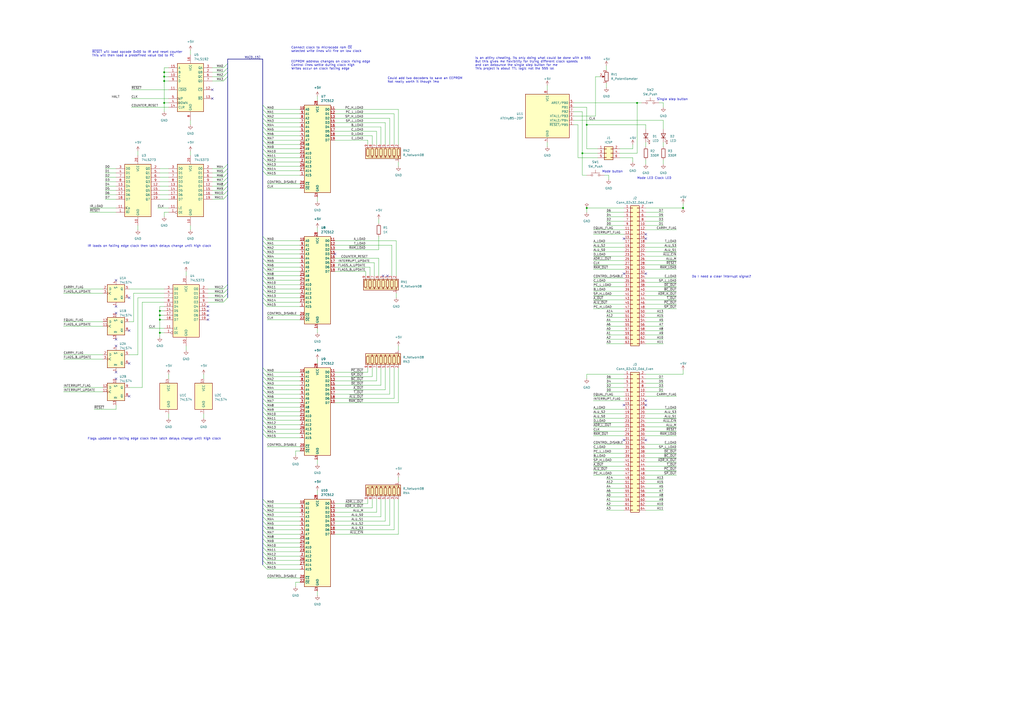
<source format=kicad_sch>
(kicad_sch (version 20230121) (generator eeschema)
  (paper "A2")
  (junction (at 340.36 72.39))
  (junction (at 95.25 46.99))
  (junction (at 95.25 59.69))
  (junction (at 92.71 185.42))
  (junction (at 95.25 41.91))
  (junction (at 92.71 193.04))
  (junction (at 369.57 59.69))
  (junction (at 92.71 180.34))
  (junction (at 340.36 120.65))
  (junction (at 92.71 182.88))
  (junction (at 396.24 120.65))
  (junction (at 337.82 88.9))
  (junction (at 95.25 44.45))
  (no_connect (at 120.65 180.34))
  (no_connect (at 67.31 215.9))
  (no_connect (at 67.31 196.85))
  (no_connect (at 374.65 158.75))
  (no_connect (at 224.79 160.02))
  (no_connect (at 123.19 57.15))
  (no_connect (at 123.19 52.07))
  (no_connect (at 361.95 234.95))
  (no_connect (at 67.31 181.61))
  (no_connect (at 222.25 160.02))
  (no_connect (at 374.65 255.27))
  (no_connect (at 67.31 219.71))
  (no_connect (at 374.65 138.43))
  (no_connect (at 74.93 229.87))
  (no_connect (at 120.65 182.88))
  (no_connect (at 120.65 177.8))
  (no_connect (at 74.93 210.82))
  (no_connect (at 374.65 234.95))
  (no_connect (at 74.93 172.72))
  (no_connect (at 74.93 191.77))
  (no_connect (at 67.31 200.66))
  (no_connect (at 67.31 177.8))
  (no_connect (at 374.65 135.89))
  (no_connect (at 361.95 158.75))
  (no_connect (at 374.65 232.41))
  (no_connect (at 194.31 147.32))
  (no_connect (at 67.31 162.56))
  (no_connect (at 361.95 255.27))
  (no_connect (at 361.95 138.43))
  (no_connect (at 120.65 185.42))
  (bus_entry (at 152.4 251.46) (size 2.54 2.54))
  (bus_entry (at 152.4 320.04) (size 2.54 2.54))
  (bus_entry (at 129.54 113.03) (size 2.54 -2.54))
  (bus_entry (at 154.94 304.8) (size -2.54 -2.54))
  (bus_entry (at 154.94 63.5) (size -2.54 -2.54))
  (bus_entry (at 154.94 320.04) (size -2.54 -2.54))
  (bus_entry (at 129.54 107.95) (size 2.54 -2.54))
  (bus_entry (at 154.94 307.34) (size -2.54 -2.54))
  (bus_entry (at 154.94 160.02) (size -2.54 -2.54))
  (bus_entry (at 154.94 294.64) (size -2.54 -2.54))
  (bus_entry (at 129.54 46.99) (size 2.54 -2.54))
  (bus_entry (at 129.54 44.45) (size 2.54 -2.54))
  (bus_entry (at 129.54 39.37) (size 2.54 -2.54))
  (bus_entry (at 129.54 41.91) (size 2.54 -2.54))
  (bus_entry (at 154.94 167.64) (size -2.54 -2.54))
  (bus_entry (at 154.94 68.58) (size -2.54 -2.54))
  (bus_entry (at 154.94 238.76) (size -2.54 -2.54))
  (bus_entry (at 152.4 322.58) (size 2.54 2.54))
  (bus_entry (at 154.94 147.32) (size -2.54 -2.54))
  (bus_entry (at 152.4 167.64) (size 2.54 2.54))
  (bus_entry (at 154.94 317.5) (size -2.54 -2.54))
  (bus_entry (at 129.54 115.57) (size 2.54 -2.54))
  (bus_entry (at 154.94 223.52) (size -2.54 -2.54))
  (bus_entry (at 154.94 215.9) (size -2.54 -2.54))
  (bus_entry (at 152.4 248.92) (size 2.54 2.54))
  (bus_entry (at 154.94 312.42) (size -2.54 -2.54))
  (bus_entry (at 154.94 152.4) (size -2.54 -2.54))
  (bus_entry (at 154.94 302.26) (size -2.54 -2.54))
  (bus_entry (at 152.4 246.38) (size 2.54 2.54))
  (bus_entry (at 152.4 172.72) (size 2.54 2.54))
  (bus_entry (at 154.94 157.48) (size -2.54 -2.54))
  (bus_entry (at 154.94 314.96) (size -2.54 -2.54))
  (bus_entry (at 129.54 110.49) (size 2.54 -2.54))
  (bus_entry (at 129.54 102.87) (size 2.54 -2.54))
  (bus_entry (at 154.94 231.14) (size -2.54 -2.54))
  (bus_entry (at 154.94 86.36) (size -2.54 -2.54))
  (bus_entry (at 154.94 88.9) (size -2.54 -2.54))
  (bus_entry (at 152.4 175.26) (size 2.54 2.54))
  (bus_entry (at 154.94 236.22) (size -2.54 -2.54))
  (bus_entry (at 154.94 218.44) (size -2.54 -2.54))
  (bus_entry (at 154.94 233.68) (size -2.54 -2.54))
  (bus_entry (at 154.94 162.56) (size -2.54 -2.54))
  (bus_entry (at 154.94 297.18) (size -2.54 -2.54))
  (bus_entry (at 154.94 243.84) (size -2.54 -2.54))
  (bus_entry (at 154.94 144.78) (size -2.54 -2.54))
  (bus_entry (at 154.94 142.24) (size -2.54 -2.54))
  (bus_entry (at 154.94 76.2) (size -2.54 -2.54))
  (bus_entry (at 154.94 91.44) (size -2.54 -2.54))
  (bus_entry (at 154.94 83.82) (size -2.54 -2.54))
  (bus_entry (at 152.4 170.18) (size 2.54 2.54))
  (bus_entry (at 154.94 220.98) (size -2.54 -2.54))
  (bus_entry (at 152.4 327.66) (size 2.54 2.54))
  (bus_entry (at 129.54 100.33) (size 2.54 -2.54))
  (bus_entry (at 154.94 309.88) (size -2.54 -2.54))
  (bus_entry (at 154.94 73.66) (size -2.54 -2.54))
  (bus_entry (at 152.4 91.44) (size 2.54 2.54))
  (bus_entry (at 154.94 66.04) (size -2.54 -2.54))
  (bus_entry (at 152.4 93.98) (size 2.54 2.54))
  (bus_entry (at 132.08 167.64) (size -2.54 2.54))
  (bus_entry (at 132.08 172.72) (size -2.54 2.54))
  (bus_entry (at 132.08 170.18) (size -2.54 2.54))
  (bus_entry (at 132.08 165.1) (size -2.54 2.54))
  (bus_entry (at 152.4 96.52) (size 2.54 2.54))
  (bus_entry (at 154.94 154.94) (size -2.54 -2.54))
  (bus_entry (at 154.94 241.3) (size -2.54 -2.54))
  (bus_entry (at 154.94 228.6) (size -2.54 -2.54))
  (bus_entry (at 129.54 105.41) (size 2.54 -2.54))
  (bus_entry (at 154.94 299.72) (size -2.54 -2.54))
  (bus_entry (at 154.94 226.06) (size -2.54 -2.54))
  (bus_entry (at 154.94 165.1) (size -2.54 -2.54))
  (bus_entry (at 152.4 99.06) (size 2.54 2.54))
  (bus_entry (at 129.54 97.79) (size 2.54 -2.54))
  (bus_entry (at 154.94 292.1) (size -2.54 -2.54))
  (bus_entry (at 154.94 78.74) (size -2.54 -2.54))
  (bus_entry (at 152.4 325.12) (size 2.54 2.54))
  (bus_entry (at 154.94 149.86) (size -2.54 -2.54))
  (bus_entry (at 154.94 139.7) (size -2.54 -2.54))
  (bus_entry (at 152.4 243.84) (size 2.54 2.54))
  (bus_entry (at 154.94 81.28) (size -2.54 -2.54))
  (bus_entry (at 154.94 71.12) (size -2.54 -2.54))
  (wire (pts (xy 80.01 87.63) (xy 80.01 90.17)))
  (wire (pts (xy 95.25 170.18) (xy 77.47 170.18)))
  (wire (pts (xy 95.25 180.34) (xy 92.71 180.34)))
  (bus (pts (xy 132.08 113.03) (xy 132.08 165.1)))
  (bus (pts (xy 152.4 86.36) (xy 152.4 88.9)))
  (wire (pts (xy 384.81 224.79) (xy 374.65 224.79)))
  (wire (pts (xy 344.17 245.11) (xy 361.95 245.11)))
  (wire (pts (xy 351.79 196.85) (xy 361.95 196.85)))
  (bus (pts (xy 152.4 165.1) (xy 152.4 167.64)))
  (wire (pts (xy 350.52 101.6) (xy 353.06 101.6)))
  (wire (pts (xy 384.81 69.85) (xy 384.81 74.93)))
  (wire (pts (xy 184.15 342.9) (xy 184.15 345.44)))
  (wire (pts (xy 173.99 167.64) (xy 154.94 167.64)))
  (wire (pts (xy 351.79 184.15) (xy 361.95 184.15)))
  (bus (pts (xy 152.4 170.18) (xy 152.4 172.72)))
  (wire (pts (xy 344.17 275.59) (xy 361.95 275.59)))
  (wire (pts (xy 374.65 92.71) (xy 374.65 95.25)))
  (wire (pts (xy 374.65 191.77) (xy 384.81 191.77)))
  (wire (pts (xy 220.98 299.72) (xy 220.98 289.56)))
  (wire (pts (xy 173.99 101.6) (xy 154.94 101.6)))
  (wire (pts (xy 97.79 240.03) (xy 97.79 242.57)))
  (wire (pts (xy 374.65 72.39) (xy 374.65 74.93)))
  (wire (pts (xy 340.36 217.17) (xy 340.36 219.71)))
  (wire (pts (xy 173.99 312.42) (xy 154.94 312.42)))
  (wire (pts (xy 384.81 219.71) (xy 374.65 219.71)))
  (wire (pts (xy 374.65 265.43) (xy 392.43 265.43)))
  (wire (pts (xy 67.31 102.87) (xy 60.96 102.87)))
  (wire (pts (xy 173.99 144.78) (xy 154.94 144.78)))
  (wire (pts (xy 374.65 156.21) (xy 392.43 156.21)))
  (wire (pts (xy 173.99 246.38) (xy 154.94 246.38)))
  (wire (pts (xy 173.99 254) (xy 154.94 254)))
  (wire (pts (xy 344.17 133.35) (xy 361.95 133.35)))
  (wire (pts (xy 173.99 149.86) (xy 154.94 149.86)))
  (wire (pts (xy 92.71 100.33) (xy 97.79 100.33)))
  (wire (pts (xy 347.98 44.45) (xy 345.44 44.45)))
  (bus (pts (xy 152.4 314.96) (xy 152.4 317.5)))
  (wire (pts (xy 95.25 44.45) (xy 95.25 46.99)))
  (wire (pts (xy 344.17 151.13) (xy 361.95 151.13)))
  (wire (pts (xy 374.65 237.49) (xy 392.43 237.49)))
  (wire (pts (xy 92.71 182.88) (xy 92.71 185.42)))
  (wire (pts (xy 173.99 294.64) (xy 154.94 294.64)))
  (bus (pts (xy 152.4 309.88) (xy 152.4 312.42)))
  (bus (pts (xy 152.4 91.44) (xy 152.4 93.98)))
  (wire (pts (xy 361.95 295.91) (xy 351.79 295.91)))
  (wire (pts (xy 374.65 285.75) (xy 384.81 285.75)))
  (bus (pts (xy 152.4 162.56) (xy 152.4 165.1)))
  (wire (pts (xy 80.01 172.72) (xy 95.25 172.72)))
  (wire (pts (xy 92.71 102.87) (xy 97.79 102.87)))
  (wire (pts (xy 359.41 86.36) (xy 367.03 86.36)))
  (wire (pts (xy 335.28 72.39) (xy 335.28 91.44)))
  (wire (pts (xy 374.65 250.19) (xy 392.43 250.19)))
  (wire (pts (xy 396.24 214.63) (xy 396.24 217.17)))
  (wire (pts (xy 173.99 218.44) (xy 154.94 218.44)))
  (wire (pts (xy 223.52 83.82) (xy 223.52 71.12)))
  (wire (pts (xy 374.65 283.21) (xy 384.81 283.21)))
  (wire (pts (xy 123.19 100.33) (xy 129.54 100.33)))
  (wire (pts (xy 173.99 160.02) (xy 154.94 160.02)))
  (wire (pts (xy 344.17 171.45) (xy 361.95 171.45)))
  (wire (pts (xy 374.65 245.11) (xy 392.43 245.11)))
  (bus (pts (xy 152.4 299.72) (xy 152.4 302.26)))
  (wire (pts (xy 361.95 161.29) (xy 344.17 161.29)))
  (bus (pts (xy 152.4 160.02) (xy 152.4 162.56)))
  (wire (pts (xy 194.31 73.66) (xy 220.98 73.66)))
  (wire (pts (xy 92.71 193.04) (xy 92.71 185.42)))
  (bus (pts (xy 152.4 289.56) (xy 152.4 292.1)))
  (bus (pts (xy 152.4 83.82) (xy 152.4 86.36)))
  (wire (pts (xy 344.17 250.19) (xy 361.95 250.19)))
  (wire (pts (xy 173.99 154.94) (xy 154.94 154.94)))
  (wire (pts (xy 95.25 59.69) (xy 95.25 64.77)))
  (wire (pts (xy 36.83 224.79) (xy 59.69 224.79)))
  (wire (pts (xy 213.36 292.1) (xy 194.31 292.1)))
  (wire (pts (xy 173.99 93.98) (xy 154.94 93.98)))
  (wire (pts (xy 36.83 186.69) (xy 59.69 186.69)))
  (wire (pts (xy 374.65 262.89) (xy 392.43 262.89)))
  (bus (pts (xy 132.08 100.33) (xy 132.08 102.87)))
  (wire (pts (xy 344.17 270.51) (xy 361.95 270.51)))
  (wire (pts (xy 351.79 186.69) (xy 361.95 186.69)))
  (bus (pts (xy 152.4 241.3) (xy 152.4 243.84)))
  (wire (pts (xy 344.17 173.99) (xy 361.95 173.99)))
  (wire (pts (xy 361.95 222.25) (xy 351.79 222.25)))
  (wire (pts (xy 194.31 309.88) (xy 231.14 309.88)))
  (wire (pts (xy 194.31 142.24) (xy 227.33 142.24)))
  (wire (pts (xy 92.71 97.79) (xy 97.79 97.79)))
  (bus (pts (xy 152.4 322.58) (xy 152.4 325.12)))
  (wire (pts (xy 173.99 233.68) (xy 154.94 233.68)))
  (wire (pts (xy 184.15 266.7) (xy 184.15 269.24)))
  (wire (pts (xy 340.36 72.39) (xy 340.36 86.36)))
  (bus (pts (xy 152.4 68.58) (xy 152.4 71.12)))
  (wire (pts (xy 184.15 190.5) (xy 184.15 193.04)))
  (wire (pts (xy 337.82 64.77) (xy 337.82 88.9)))
  (wire (pts (xy 374.65 181.61) (xy 384.81 181.61)))
  (wire (pts (xy 173.99 241.3) (xy 154.94 241.3)))
  (wire (pts (xy 369.57 59.69) (xy 369.57 88.9)))
  (wire (pts (xy 374.65 82.55) (xy 374.65 85.09)))
  (wire (pts (xy 95.25 177.8) (xy 92.71 177.8)))
  (bus (pts (xy 152.4 81.28) (xy 152.4 83.82)))
  (wire (pts (xy 74.93 167.64) (xy 95.25 167.64)))
  (wire (pts (xy 173.99 251.46) (xy 154.94 251.46)))
  (wire (pts (xy 95.25 41.91) (xy 95.25 44.45)))
  (wire (pts (xy 374.65 133.35) (xy 392.43 133.35)))
  (wire (pts (xy 95.25 175.26) (xy 82.55 175.26)))
  (wire (pts (xy 194.31 233.68) (xy 231.14 233.68)))
  (wire (pts (xy 223.52 71.12) (xy 194.31 71.12)))
  (wire (pts (xy 123.19 113.03) (xy 129.54 113.03)))
  (wire (pts (xy 227.33 160.02) (xy 227.33 142.24)))
  (bus (pts (xy 132.08 36.83) (xy 132.08 34.29)))
  (wire (pts (xy 173.99 215.9) (xy 154.94 215.9)))
  (wire (pts (xy 173.99 68.58) (xy 154.94 68.58)))
  (wire (pts (xy 173.99 63.5) (xy 154.94 63.5)))
  (wire (pts (xy 226.06 68.58) (xy 226.06 83.82)))
  (wire (pts (xy 120.65 170.18) (xy 129.54 170.18)))
  (wire (pts (xy 374.65 247.65) (xy 392.43 247.65)))
  (wire (pts (xy 123.19 97.79) (xy 129.54 97.79)))
  (wire (pts (xy 374.65 290.83) (xy 384.81 290.83)))
  (wire (pts (xy 173.99 223.52) (xy 154.94 223.52)))
  (wire (pts (xy 359.41 91.44) (xy 367.03 91.44)))
  (wire (pts (xy 173.99 139.7) (xy 154.94 139.7)))
  (wire (pts (xy 344.17 260.35) (xy 361.95 260.35)))
  (wire (pts (xy 374.65 143.51) (xy 392.43 143.51)))
  (wire (pts (xy 340.36 120.65) (xy 340.36 123.19)))
  (wire (pts (xy 337.82 101.6) (xy 340.36 101.6)))
  (wire (pts (xy 173.99 152.4) (xy 154.94 152.4)))
  (bus (pts (xy 132.08 41.91) (xy 132.08 39.37)))
  (wire (pts (xy 351.79 285.75) (xy 361.95 285.75)))
  (wire (pts (xy 344.17 242.57) (xy 361.95 242.57)))
  (wire (pts (xy 184.15 132.08) (xy 184.15 134.62)))
  (wire (pts (xy 332.74 64.77) (xy 337.82 64.77)))
  (wire (pts (xy 154.94 106.68) (xy 173.99 106.68)))
  (bus (pts (xy 132.08 95.25) (xy 132.08 97.79)))
  (wire (pts (xy 184.15 208.28) (xy 184.15 210.82)))
  (wire (pts (xy 219.71 127) (xy 219.71 129.54)))
  (bus (pts (xy 132.08 165.1) (xy 132.08 167.64)))
  (wire (pts (xy 97.79 39.37) (xy 95.25 39.37)))
  (wire (pts (xy 228.6 231.14) (xy 194.31 231.14)))
  (wire (pts (xy 374.65 240.03) (xy 392.43 240.03)))
  (bus (pts (xy 152.4 34.29) (xy 152.4 60.96)))
  (wire (pts (xy 194.31 154.94) (xy 214.63 154.94)))
  (wire (pts (xy 173.99 292.1) (xy 154.94 292.1)))
  (wire (pts (xy 36.83 208.28) (xy 59.69 208.28)))
  (wire (pts (xy 332.74 62.23) (xy 340.36 62.23)))
  (wire (pts (xy 220.98 73.66) (xy 220.98 83.82)))
  (bus (pts (xy 152.4 297.18) (xy 152.4 299.72)))
  (wire (pts (xy 54.61 237.49) (xy 67.31 237.49)))
  (wire (pts (xy 228.6 66.04) (xy 194.31 66.04)))
  (wire (pts (xy 351.79 288.29) (xy 361.95 288.29)))
  (wire (pts (xy 231.14 203.2) (xy 231.14 200.66)))
  (wire (pts (xy 345.44 67.31) (xy 332.74 67.31)))
  (wire (pts (xy 123.19 107.95) (xy 129.54 107.95)))
  (bus (pts (xy 152.4 236.22) (xy 152.4 238.76)))
  (wire (pts (xy 110.49 29.21) (xy 110.49 31.75)))
  (wire (pts (xy 154.94 185.42) (xy 173.99 185.42)))
  (wire (pts (xy 384.81 222.25) (xy 374.65 222.25)))
  (wire (pts (xy 218.44 220.98) (xy 194.31 220.98)))
  (wire (pts (xy 374.65 288.29) (xy 384.81 288.29)))
  (wire (pts (xy 76.2 57.15) (xy 97.79 57.15)))
  (wire (pts (xy 92.71 110.49) (xy 97.79 110.49)))
  (wire (pts (xy 361.95 199.39) (xy 351.79 199.39)))
  (wire (pts (xy 77.47 170.18) (xy 77.47 186.69)))
  (bus (pts (xy 152.4 251.46) (xy 152.4 289.56)))
  (wire (pts (xy 344.17 135.89) (xy 361.95 135.89)))
  (wire (pts (xy 171.45 261.62) (xy 173.99 261.62)))
  (bus (pts (xy 152.4 312.42) (xy 152.4 314.96)))
  (wire (pts (xy 74.93 224.79) (xy 82.55 224.79)))
  (wire (pts (xy 361.95 128.27) (xy 351.79 128.27)))
  (wire (pts (xy 219.71 144.78) (xy 219.71 137.16)))
  (wire (pts (xy 374.65 267.97) (xy 392.43 267.97)))
  (wire (pts (xy 184.15 55.88) (xy 184.15 58.42)))
  (wire (pts (xy 67.31 97.79) (xy 60.96 97.79)))
  (wire (pts (xy 36.83 227.33) (xy 59.69 227.33)))
  (wire (pts (xy 173.99 86.36) (xy 154.94 86.36)))
  (wire (pts (xy 36.83 205.74) (xy 59.69 205.74)))
  (wire (pts (xy 173.99 177.8) (xy 154.94 177.8)))
  (wire (pts (xy 351.79 48.26) (xy 351.79 50.8)))
  (wire (pts (xy 396.24 118.11) (xy 396.24 120.65)))
  (bus (pts (xy 152.4 157.48) (xy 152.4 160.02)))
  (bus (pts (xy 152.4 243.84) (xy 152.4 246.38)))
  (wire (pts (xy 107.95 200.66) (xy 107.95 203.2)))
  (wire (pts (xy 107.95 160.02) (xy 107.95 157.48)))
  (wire (pts (xy 118.11 240.03) (xy 118.11 242.57)))
  (wire (pts (xy 384.81 123.19) (xy 374.65 123.19)))
  (bus (pts (xy 132.08 97.79) (xy 132.08 100.33)))
  (wire (pts (xy 173.99 88.9) (xy 154.94 88.9)))
  (wire (pts (xy 118.11 217.17) (xy 118.11 219.71)))
  (wire (pts (xy 384.81 82.55) (xy 384.81 85.09)))
  (wire (pts (xy 173.99 142.24) (xy 154.94 142.24)))
  (bus (pts (xy 152.4 137.16) (xy 152.4 139.7)))
  (bus (pts (xy 152.4 99.06) (xy 152.4 137.16)))
  (wire (pts (xy 392.43 270.51) (xy 374.65 270.51)))
  (wire (pts (xy 154.94 182.88) (xy 173.99 182.88)))
  (bus (pts (xy 152.4 60.96) (xy 152.4 63.5)))
  (wire (pts (xy 384.81 59.69) (xy 384.81 62.23)))
  (wire (pts (xy 95.25 123.19) (xy 95.25 125.73)))
  (wire (pts (xy 173.99 220.98) (xy 154.94 220.98)))
  (wire (pts (xy 173.99 66.04) (xy 154.94 66.04)))
  (wire (pts (xy 374.65 280.67) (xy 384.81 280.67)))
  (wire (pts (xy 91.44 120.65) (xy 97.79 120.65)))
  (wire (pts (xy 374.65 148.59) (xy 392.43 148.59)))
  (bus (pts (xy 152.4 63.5) (xy 152.4 66.04)))
  (wire (pts (xy 123.19 39.37) (xy 129.54 39.37)))
  (wire (pts (xy 374.65 120.65) (xy 396.24 120.65)))
  (wire (pts (xy 194.31 223.52) (xy 220.98 223.52)))
  (bus (pts (xy 152.4 223.52) (xy 152.4 226.06)))
  (wire (pts (xy 340.36 217.17) (xy 361.95 217.17)))
  (bus (pts (xy 132.08 39.37) (xy 132.08 36.83)))
  (wire (pts (xy 223.52 226.06) (xy 194.31 226.06)))
  (wire (pts (xy 92.71 115.57) (xy 97.79 115.57)))
  (bus (pts (xy 152.4 218.44) (xy 152.4 220.98)))
  (wire (pts (xy 361.95 224.79) (xy 351.79 224.79)))
  (wire (pts (xy 351.79 280.67) (xy 361.95 280.67)))
  (wire (pts (xy 231.14 233.68) (xy 231.14 213.36)))
  (wire (pts (xy 340.36 120.65) (xy 361.95 120.65)))
  (wire (pts (xy 194.31 63.5) (xy 231.14 63.5)))
  (bus (pts (xy 132.08 102.87) (xy 132.08 105.41)))
  (wire (pts (xy 361.95 125.73) (xy 351.79 125.73)))
  (wire (pts (xy 344.17 168.91) (xy 361.95 168.91)))
  (wire (pts (xy 92.71 193.04) (xy 92.71 195.58)))
  (bus (pts (xy 152.4 317.5) (xy 152.4 320.04)))
  (wire (pts (xy 220.98 223.52) (xy 220.98 213.36)))
  (wire (pts (xy 173.99 320.04) (xy 154.94 320.04)))
  (wire (pts (xy 173.99 309.88) (xy 154.94 309.88)))
  (bus (pts (xy 152.4 213.36) (xy 152.4 215.9)))
  (bus (pts (xy 152.4 294.64) (xy 152.4 297.18)))
  (wire (pts (xy 344.17 232.41) (xy 361.95 232.41)))
  (wire (pts (xy 344.17 267.97) (xy 361.95 267.97)))
  (wire (pts (xy 384.81 128.27) (xy 374.65 128.27)))
  (wire (pts (xy 361.95 130.81) (xy 351.79 130.81)))
  (wire (pts (xy 228.6 307.34) (xy 194.31 307.34)))
  (wire (pts (xy 67.31 115.57) (xy 60.96 115.57)))
  (wire (pts (xy 384.81 227.33) (xy 374.65 227.33)))
  (bus (pts (xy 132.08 107.95) (xy 132.08 110.49)))
  (wire (pts (xy 213.36 215.9) (xy 194.31 215.9)))
  (bus (pts (xy 152.4 142.24) (xy 152.4 144.78)))
  (wire (pts (xy 92.71 113.03) (xy 97.79 113.03)))
  (wire (pts (xy 231.14 279.4) (xy 231.14 276.86)))
  (wire (pts (xy 361.95 290.83) (xy 351.79 290.83)))
  (bus (pts (xy 152.4 320.04) (xy 152.4 322.58)))
  (bus (pts (xy 152.4 139.7) (xy 152.4 142.24)))
  (bus (pts (xy 152.4 172.72) (xy 152.4 175.26)))
  (wire (pts (xy 194.31 144.78) (xy 219.71 144.78)))
  (wire (pts (xy 97.79 41.91) (xy 95.25 41.91)))
  (bus (pts (xy 152.4 66.04) (xy 152.4 68.58)))
  (wire (pts (xy 231.14 309.88) (xy 231.14 289.56)))
  (bus (pts (xy 152.4 228.6) (xy 152.4 231.14)))
  (wire (pts (xy 374.65 146.05) (xy 392.43 146.05)))
  (bus (pts (xy 152.4 73.66) (xy 152.4 76.2)))
  (wire (pts (xy 95.25 59.69) (xy 97.79 59.69)))
  (wire (pts (xy 361.95 227.33) (xy 351.79 227.33)))
  (wire (pts (xy 194.31 149.86) (xy 219.71 149.86)))
  (wire (pts (xy 173.99 307.34) (xy 154.94 307.34)))
  (wire (pts (xy 384.81 92.71) (xy 384.81 95.25)))
  (wire (pts (xy 36.83 167.64) (xy 59.69 167.64)))
  (wire (pts (xy 218.44 76.2) (xy 194.31 76.2)))
  (wire (pts (xy 226.06 228.6) (xy 226.06 213.36)))
  (bus (pts (xy 152.4 304.8) (xy 152.4 307.34)))
  (wire (pts (xy 184.15 114.3) (xy 184.15 116.84)))
  (wire (pts (xy 173.99 81.28) (xy 154.94 81.28)))
  (wire (pts (xy 374.65 273.05) (xy 392.43 273.05)))
  (wire (pts (xy 82.55 175.26) (xy 82.55 224.79)))
  (wire (pts (xy 351.79 191.77) (xy 361.95 191.77)))
  (wire (pts (xy 173.99 299.72) (xy 154.94 299.72)))
  (wire (pts (xy 74.93 205.74) (xy 80.01 205.74)))
  (wire (pts (xy 213.36 213.36) (xy 213.36 215.9)))
  (wire (pts (xy 374.65 153.67) (xy 392.43 153.67)))
  (wire (pts (xy 173.99 76.2) (xy 154.94 76.2)))
  (wire (pts (xy 351.79 293.37) (xy 361.95 293.37)))
  (wire (pts (xy 173.99 78.74) (xy 154.94 78.74)))
  (wire (pts (xy 344.17 143.51) (xy 361.95 143.51)))
  (wire (pts (xy 123.19 102.87) (xy 129.54 102.87)))
  (wire (pts (xy 92.71 177.8) (xy 92.71 180.34)))
  (wire (pts (xy 374.65 275.59) (xy 392.43 275.59)))
  (wire (pts (xy 173.99 71.12) (xy 154.94 71.12)))
  (wire (pts (xy 344.17 146.05) (xy 361.95 146.05)))
  (wire (pts (xy 194.31 152.4) (xy 217.17 152.4)))
  (wire (pts (xy 335.28 91.44) (xy 346.71 91.44)))
  (wire (pts (xy 173.99 157.48) (xy 154.94 157.48)))
  (wire (pts (xy 173.99 236.22) (xy 154.94 236.22)))
  (wire (pts (xy 361.95 123.19) (xy 351.79 123.19)))
  (wire (pts (xy 173.99 99.06) (xy 154.94 99.06)))
  (bus (pts (xy 152.4 152.4) (xy 152.4 154.94)))
  (wire (pts (xy 229.87 170.18) (xy 229.87 172.72)))
  (wire (pts (xy 344.17 273.05) (xy 361.95 273.05)))
  (wire (pts (xy 317.5 82.55) (xy 317.5 85.09)))
  (wire (pts (xy 374.65 171.45) (xy 392.43 171.45)))
  (wire (pts (xy 226.06 304.8) (xy 226.06 289.56)))
  (wire (pts (xy 213.36 81.28) (xy 194.31 81.28)))
  (wire (pts (xy 374.65 196.85) (xy 384.81 196.85)))
  (wire (pts (xy 213.36 83.82) (xy 213.36 81.28)))
  (bus (pts (xy 152.4 149.86) (xy 152.4 152.4)))
  (wire (pts (xy 215.9 294.64) (xy 215.9 289.56)))
  (bus (pts (xy 132.08 110.49) (xy 132.08 113.03)))
  (wire (pts (xy 218.44 289.56) (xy 218.44 297.18)))
  (wire (pts (xy 184.15 284.48) (xy 184.15 287.02)))
  (wire (pts (xy 344.17 265.43) (xy 361.95 265.43)))
  (wire (pts (xy 218.44 83.82) (xy 218.44 76.2)))
  (wire (pts (xy 194.31 78.74) (xy 215.9 78.74)))
  (wire (pts (xy 95.25 182.88) (xy 92.71 182.88)))
  (bus (pts (xy 132.08 41.91) (xy 132.08 44.45)))
  (wire (pts (xy 353.06 101.6) (xy 353.06 104.14)))
  (wire (pts (xy 344.17 237.49) (xy 361.95 237.49)))
  (wire (pts (xy 374.65 194.31) (xy 384.81 194.31)))
  (wire (pts (xy 392.43 173.99) (xy 374.65 173.99)))
  (wire (pts (xy 173.99 325.12) (xy 154.94 325.12)))
  (wire (pts (xy 123.19 105.41) (xy 129.54 105.41)))
  (bus (pts (xy 152.4 246.38) (xy 152.4 248.92)))
  (wire (pts (xy 123.19 46.99) (xy 129.54 46.99)))
  (bus (pts (xy 152.4 238.76) (xy 152.4 241.3)))
  (wire (pts (xy 80.01 205.74) (xy 80.01 172.72)))
  (wire (pts (xy 361.95 257.81) (xy 344.17 257.81)))
  (wire (pts (xy 194.31 68.58) (xy 226.06 68.58)))
  (wire (pts (xy 374.65 186.69) (xy 384.81 186.69)))
  (bus (pts (xy 152.4 88.9) (xy 152.4 91.44)))
  (wire (pts (xy 36.83 170.18) (xy 59.69 170.18)))
  (bus (pts (xy 132.08 105.41) (xy 132.08 107.95)))
  (wire (pts (xy 344.17 240.03) (xy 361.95 240.03)))
  (wire (pts (xy 173.99 317.5) (xy 154.94 317.5)))
  (wire (pts (xy 173.99 165.1) (xy 154.94 165.1)))
  (bus (pts (xy 132.08 170.18) (xy 132.08 172.72)))
  (wire (pts (xy 374.65 166.37) (xy 392.43 166.37)))
  (wire (pts (xy 344.17 156.21) (xy 361.95 156.21)))
  (wire (pts (xy 351.79 283.21) (xy 361.95 283.21)))
  (bus (pts (xy 152.4 220.98) (xy 152.4 223.52)))
  (wire (pts (xy 123.19 110.49) (xy 129.54 110.49)))
  (wire (pts (xy 173.99 91.44) (xy 154.94 91.44)))
  (wire (pts (xy 344.17 153.67) (xy 361.95 153.67)))
  (wire (pts (xy 173.99 238.76) (xy 154.94 238.76)))
  (wire (pts (xy 344.17 140.97) (xy 361.95 140.97)))
  (bus (pts (xy 152.4 226.06) (xy 152.4 228.6)))
  (wire (pts (xy 173.99 231.14) (xy 154.94 231.14)))
  (wire (pts (xy 194.31 304.8) (xy 226.06 304.8)))
  (wire (pts (xy 361.95 194.31) (xy 351.79 194.31)))
  (wire (pts (xy 351.79 38.1) (xy 351.79 40.64)))
  (wire (pts (xy 231.14 93.98) (xy 231.14 96.52)))
  (wire (pts (xy 215.9 78.74) (xy 215.9 83.82)))
  (wire (pts (xy 344.17 163.83) (xy 361.95 163.83)))
  (wire (pts (xy 212.09 160.02) (xy 212.09 157.48)))
  (bus (pts (xy 152.4 147.32) (xy 152.4 149.86)))
  (wire (pts (xy 92.71 105.41) (xy 97.79 105.41)))
  (wire (pts (xy 374.65 163.83) (xy 392.43 163.83)))
  (wire (pts (xy 215.9 218.44) (xy 215.9 213.36)))
  (wire (pts (xy 337.82 88.9) (xy 346.71 88.9)))
  (wire (pts (xy 67.31 105.41) (xy 60.96 105.41)))
  (wire (pts (xy 92.71 180.34) (xy 92.71 182.88)))
  (wire (pts (xy 36.83 189.23) (xy 59.69 189.23)))
  (bus (pts (xy 152.4 292.1) (xy 152.4 294.64)))
  (wire (pts (xy 374.65 140.97) (xy 392.43 140.97)))
  (bus (pts (xy 132.08 34.29) (xy 152.4 34.29)))
  (bus (pts (xy 152.4 144.78) (xy 152.4 147.32)))
  (wire (pts (xy 52.07 120.65) (xy 67.31 120.65)))
  (wire (pts (xy 344.17 229.87) (xy 361.95 229.87)))
  (wire (pts (xy 76.2 52.07) (xy 97.79 52.07)))
  (wire (pts (xy 97.79 46.99) (xy 95.25 46.99)))
  (wire (pts (xy 154.94 259.08) (xy 173.99 259.08)))
  (wire (pts (xy 92.71 185.42) (xy 95.25 185.42)))
  (wire (pts (xy 173.99 302.26) (xy 154.94 302.26)))
  (wire (pts (xy 173.99 314.96) (xy 154.94 314.96)))
  (wire (pts (xy 374.65 199.39) (xy 384.81 199.39)))
  (wire (pts (xy 351.79 181.61) (xy 361.95 181.61)))
  (wire (pts (xy 171.45 337.82) (xy 171.45 340.36)))
  (wire (pts (xy 173.99 226.06) (xy 154.94 226.06)))
  (wire (pts (xy 92.71 107.95) (xy 97.79 107.95)))
  (wire (pts (xy 86.36 190.5) (xy 95.25 190.5)))
  (wire (pts (xy 173.99 175.26) (xy 154.94 175.26)))
  (bus (pts (xy 132.08 167.64) (xy 132.08 170.18)))
  (wire (pts (xy 374.65 168.91) (xy 392.43 168.91)))
  (wire (pts (xy 173.99 243.84) (xy 154.94 243.84)))
  (wire (pts (xy 92.71 193.04) (xy 95.25 193.04)))
  (wire (pts (xy 340.36 86.36) (xy 346.71 86.36)))
  (wire (pts (xy 95.25 123.19) (xy 97.79 123.19)))
  (wire (pts (xy 95.25 46.99) (xy 95.25 59.69)))
  (wire (pts (xy 123.19 115.57) (xy 129.54 115.57)))
  (wire (pts (xy 171.45 261.62) (xy 171.45 264.16)))
  (wire (pts (xy 67.31 237.49) (xy 67.31 234.95)))
  (wire (pts (xy 76.2 62.23) (xy 97.79 62.23)))
  (wire (pts (xy 344.17 148.59) (xy 361.95 148.59)))
  (wire (pts (xy 173.99 73.66) (xy 154.94 73.66)))
  (wire (pts (xy 359.41 88.9) (xy 369.57 88.9)))
  (wire (pts (xy 374.65 242.57) (xy 392.43 242.57)))
  (wire (pts (xy 344.17 179.07) (xy 361.95 179.07)))
  (wire (pts (xy 332.74 72.39) (xy 335.28 72.39)))
  (wire (pts (xy 219.71 149.86) (xy 219.71 160.02)))
  (wire (pts (xy 374.65 176.53) (xy 392.43 176.53)))
  (wire (pts (xy 123.19 41.91) (xy 129.54 41.91)))
  (wire (pts (xy 77.47 186.69) (xy 74.93 186.69)))
  (wire (pts (xy 218.44 213.36) (xy 218.44 220.98)))
  (wire (pts (xy 332.74 59.69) (xy 369.57 59.69)))
  (wire (pts (xy 95.25 39.37) (xy 95.25 41.91)))
  (wire (pts (xy 171.45 337.82) (xy 173.99 337.82)))
  (bus (pts (xy 152.4 325.12) (xy 152.4 327.66)))
  (wire (pts (xy 374.65 295.91) (xy 384.81 295.91)))
  (wire (pts (xy 369.57 59.69) (xy 372.11 59.69)))
  (wire (pts (xy 367.03 83.82) (xy 367.03 86.36)))
  (bus (pts (xy 152.4 154.94) (xy 152.4 157.48)))
  (wire (pts (xy 173.99 304.8) (xy 154.94 304.8)))
  (bus (pts (xy 152.4 93.98) (xy 152.4 96.52)))
  (wire (pts (xy 374.65 229.87) (xy 392.43 229.87)))
  (wire (pts (xy 344.17 252.73) (xy 361.95 252.73)))
  (wire (pts (xy 344.17 166.37) (xy 361.95 166.37)))
  (wire (pts (xy 80.01 130.81) (xy 80.01 133.35)))
  (wire (pts (xy 67.31 100.33) (xy 60.96 100.33)))
  (wire (pts (xy 173.99 170.18) (xy 154.94 170.18)))
  (wire (pts (xy 332.74 69.85) (xy 384.81 69.85)))
  (wire (pts (xy 367.03 91.44) (xy 367.03 93.98)))
  (wire (pts (xy 231.14 63.5) (xy 231.14 83.82)))
  (wire (pts (xy 374.65 278.13) (xy 384.81 278.13)))
  (wire (pts (xy 344.17 262.89) (xy 361.95 262.89)))
  (wire (pts (xy 351.79 189.23) (xy 361.95 189.23)))
  (wire (pts (xy 374.65 189.23) (xy 384.81 189.23)))
  (wire (pts (xy 173.99 147.32) (xy 154.94 147.32)))
  (wire (pts (xy 223.52 289.56) (xy 223.52 302.26)))
  (wire (pts (xy 194.31 228.6) (xy 226.06 228.6)))
  (wire (pts (xy 67.31 107.95) (xy 60.96 107.95)))
  (wire (pts (xy 223.52 213.36) (xy 223.52 226.06)))
  (wire (pts (xy 382.27 59.69) (xy 384.81 59.69)))
  (wire (pts (xy 229.87 139.7) (xy 229.87 160.02)))
  (wire (pts (xy 194.31 139.7) (xy 229.87 139.7)))
  (bus (pts (xy 152.4 231.14) (xy 152.4 233.68)))
  (wire (pts (xy 374.65 252.73) (xy 392.43 252.73)))
  (wire (pts (xy 67.31 113.03) (xy 60.96 113.03)))
  (wire (pts (xy 173.99 172.72) (xy 154.94 172.72)))
  (bus (pts (xy 132.08 44.45) (xy 132.08 95.25)))
  (bus (pts (xy 152.4 167.64) (xy 152.4 170.18)))
  (wire (pts (xy 374.65 293.37) (xy 384.81 293.37)))
  (bus (pts (xy 152.4 96.52) (xy 152.4 99.06)))
  (wire (pts (xy 120.65 172.72) (xy 129.54 172.72)))
  (wire (pts (xy 67.31 110.49) (xy 60.96 110.49)))
  (wire (pts (xy 173.99 162.56) (xy 154.94 162.56)))
  (wire (pts (xy 384.81 125.73) (xy 374.65 125.73)))
  (bus (pts (xy 152.4 302.26) (xy 152.4 304.8)))
  (bus (pts (xy 152.4 215.9) (xy 152.4 218.44)))
  (wire (pts (xy 374.65 257.81) (xy 392.43 257.81)))
  (wire (pts (xy 173.99 322.58) (xy 154.94 322.58)))
  (wire (pts (xy 173.99 327.66) (xy 154.94 327.66)))
  (wire (pts (xy 194.31 157.48) (xy 212.09 157.48)))
  (wire (pts (xy 345.44 44.45) (xy 345.44 67.31)))
  (wire (pts (xy 67.31 123.19) (xy 52.07 123.19)))
  (wire (pts (xy 173.99 96.52) (xy 154.94 96.52)))
  (wire (pts (xy 214.63 154.94) (xy 214.63 160.02)))
  (bus (pts (xy 152.4 76.2) (xy 152.4 78.74)))
  (wire (pts (xy 344.17 176.53) (xy 361.95 176.53)))
  (wire (pts (xy 361.95 219.71) (xy 351.79 219.71)))
  (wire (pts (xy 194.31 299.72) (xy 220.98 299.72)))
  (wire (pts (xy 173.99 83.82) (xy 154.94 83.82)))
  (wire (pts (xy 228.6 83.82) (xy 228.6 66.04)))
  (wire (pts (xy 173.99 228.6) (xy 154.94 228.6)))
  (wire (pts (xy 120.65 175.26) (xy 129.54 175.26)))
  (wire (pts (xy 194.31 218.44) (xy 215.9 218.44)))
  (wire (pts (xy 228.6 289.56) (xy 228.6 307.34)))
  (wire (pts (xy 217.17 160.02) (xy 217.17 152.4)))
  (bus (pts (xy 152.4 248.92) (xy 152.4 251.46)))
  (wire (pts (xy 194.31 294.64) (xy 215.9 294.64)))
  (wire (pts (xy 173.99 248.92) (xy 154.94 248.92)))
  (wire (pts (xy 154.94 109.22) (xy 173.99 109.22)))
  (wire (pts (xy 110.49 69.85) (xy 110.49 72.39)))
  (wire (pts (xy 340.36 62.23) (xy 340.36 72.39)))
  (wire (pts (xy 123.19 44.45) (xy 129.54 44.45)))
  (wire (pts (xy 218.44 297.18) (xy 194.31 297.18)))
  (wire (pts (xy 384.81 130.81) (xy 374.65 130.81)))
  (wire (pts (xy 173.99 297.18) (xy 154.94 297.18)))
  (wire (pts (xy 110.49 130.81) (xy 110.49 133.35)))
  (wire (pts (xy 374.65 179.07) (xy 392.43 179.07)))
  (wire (pts (xy 173.99 330.2) (xy 154.94 330.2)))
  (bus (pts (xy 152.4 71.12) (xy 152.4 73.66)))
  (wire (pts (xy 374.65 151.13) (xy 392.43 151.13)))
  (wire (pts (xy 110.49 87.63) (xy 110.49 90.17)))
  (wire (pts (xy 374.65 217.17) (xy 396.24 217.17)))
  (bus (pts (xy 152.4 175.26) (xy 152.4 213.36)))
  (wire (pts (xy 154.94 335.28) (xy 173.99 335.28)))
  (wire (pts (xy 97.79 217.17) (xy 97.79 219.71)))
  (wire (pts (xy 97.79 44.45) (xy 95.25 44.45)))
  (wire (pts (xy 374.65 184.15) (xy 384.81 184.15)))
  (wire (pts (xy 344.17 247.65) (xy 361.95 247.65)))
  (wire (pts (xy 317.5 49.53) (xy 317.5 52.07)))
  (wire (pts (xy 374.65 260.35) (xy 392.43 260.35)))
  (wire (pts (xy 213.36 289.56) (xy 213.36 292.1)))
  (wire (pts (xy 351.79 278.13) (xy 361.95 278.13)))
  (bus (pts (xy 152.4 307.34) (xy 152.4 309.88)))
  (wire (pts (xy 223.52 302.26) (xy 194.31 302.26)))
  (bus (pts (xy 152.4 233.68) (xy 152.4 236.22)))
  (wire (pts (xy 337.82 88.9) (xy 337.82 101.6)))
  (wire (pts (xy 120.65 167.64) (xy 129.54 167.64)))
  (wire (pts (xy 228.6 213.36) (xy 228.6 231.14)))
  (wire (pts (xy 374.65 161.29) (xy 392.43 161.29)))
  (wire (pts (xy 340.36 72.39) (xy 374.65 72.39)))
  (bus (pts (xy 152.4 78.74) (xy 152.4 81.28)))
  (text "~{RESET} will load opcode 0x00 to IR and reset counter\nThis will then load a predefined value tbd to PC" (at 53.34 33.02 0) (effects (font (size 1.27 1.27)) (justify left bottom)))
  (text "EEPROM address changes on clock rising edge\nControl lines settle during clock high\nWrites occur on clock falling edge" (at 168.91 40.64 0) (effects (font (size 1.27 1.27)) (justify left bottom)))
  (text "Is an attiny cheating, its only doing what could be done with a 555\nBut this gives me flexibility for trying different clock speeds\nand can debounce the single step button for me\nThis project is about TTL logic not the 555 lol" (at 275.59 40.64 0) (effects (font (size 1.27 1.27)) (justify left bottom)))
  (text "Connect clock to microcode rom ~{OE} \nselected write lines will fire on low clock" (at 168.91 30.48 0) (effects (font (size 1.27 1.27)) (justify left bottom)))
  (text "Mode button" (at 349.25 100.33 0) (effects (font (size 1.27 1.27)) (justify left bottom)))
  (text "Flags updated on falling edge clock then latch delays change until high clock" (at 50.8 255.27 0) (effects (font (size 1.27 1.27)) (justify left bottom)))
  (text "Could add two decoders to save an EEPROM\nNot really worth it though imo" (at 224.79 48.26 0) (effects (font (size 1.27 1.27)) (justify left bottom)))
  (text "Do I need a clear interrupt signal?" (at 401.32 161.29 0) (effects (font (size 1.27 1.27)) (justify left bottom)))
  (text "Single step button" (at 381 58.42 0) (effects (font (size 1.27 1.27)) (justify left bottom)))
  (text "Mode LED" (at 369.57 104.14 0) (effects (font (size 1.27 1.27)) (justify left bottom)))
  (text "IR loads on falling edge clock then latch delays change until high clock" (at 50.8 143.51 0) (effects (font (size 1.27 1.27)) (justify left bottom)))
  (text "Clock LED" (at 379.73 104.14 0) (effects (font (size 1.27 1.27)) (justify left bottom)))
  (label "~{A_OUT}" (at 210.82 226.06 180))
  (label "MA8" (at 129.54 107.95 180))
  (label "A14" (at 351.79 181.61 0))
  (label "~{SP_OUT}" (at 392.43 275.59 180))
  (label "MA11" (at 154.94 167.64 0))
  (label "D5" (at 384.81 222.25 180))
  (label "MA10" (at 154.94 165.1 0))
  (label "D4" (at 351.79 125.73 0))
  (label "MA13" (at 129.54 170.18 180))
  (label "CLK" (at 86.36 190.5 0))
  (label "A1" (at 351.79 194.31 0))
  (label "D2" (at 60.96 102.87 0))
  (label "MA15" (at 154.94 330.2 0))
  (label "~{ADR_H_OUT}" (at 392.43 171.45 180))
  (label "MA1" (at 154.94 218.44 0))
  (label "CLK" (at 344.17 250.19 0))
  (label "~{PC_OUT}" (at 392.43 273.05 180))
  (label "MA5" (at 154.94 228.6 0))
  (label "MA15" (at 154.94 177.8 0))
  (label "D7" (at 384.81 219.71 180))
  (label "A9" (at 384.81 290.83 180))
  (label "MA7" (at 154.94 81.28 0))
  (label "~{DE_OUT}" (at 210.82 223.52 180))
  (label "D0" (at 60.96 97.79 0))
  (label "~{RAM_LOAD}" (at 392.43 252.73 180))
  (label "ALU_S3" (at 392.43 143.51 180))
  (label "SP_L_LOAD" (at 392.43 260.35 180))
  (label "B_LOAD" (at 210.82 73.66 180))
  (label "PC_H_LOAD" (at 210.82 63.5 180))
  (label "A0" (at 351.79 288.29 0))
  (label "ALU_S1" (at 392.43 242.57 180))
  (label "COUNTER_RESET" (at 76.2 62.23 0))
  (label "CLK" (at 76.2 57.15 0))
  (label "CARRY_FLAG" (at 392.43 133.35 180))
  (label "~{ALU_CIN}" (at 392.43 148.59 180))
  (label "CONTROL_DISABLE" (at 154.94 259.08 0))
  (label "A12" (at 351.79 280.67 0))
  (label "C_LOAD" (at 210.82 76.2 180))
  (label "A11" (at 384.81 199.39 180))
  (label "MA0" (at 154.94 215.9 0))
  (label "D3" (at 384.81 128.27 180))
  (label "MA11" (at 154.94 91.44 0))
  (label "A7" (at 384.81 285.75 180))
  (label "INTERRUPT_UPDATE" (at 214.63 152.4 180))
  (label "SP_H_LOAD" (at 210.82 68.58 180))
  (label "B_LOAD" (at 344.17 265.43 0))
  (label "D3" (at 384.81 224.79 180))
  (label "~{RESET}" (at 76.2 52.07 0))
  (label "PC_H_LOAD" (at 344.17 275.59 0))
  (label "~{ALU_OUT}" (at 210.82 231.14 180))
  (label "D5" (at 384.81 125.73 180))
  (label "A9" (at 384.81 194.31 180))
  (label "A0" (at 351.79 191.77 0))
  (label "MA10" (at 154.94 88.9 0))
  (label "MA11" (at 154.94 320.04 0))
  (label "A7" (at 384.81 189.23 180))
  (label "MA0" (at 154.94 139.7 0))
  (label "MA4" (at 154.94 302.26 0))
  (label "EQUAL_FLAG" (at 344.17 229.87 0))
  (label "A4" (at 351.79 283.21 0))
  (label "INTERRUPT_FLAG" (at 344.17 135.89 0))
  (label "CLK" (at 345.44 69.85 180))
  (label "CONTROL_DISABLE" (at 154.94 106.68 0))
  (label "~{T_OUT}" (at 210.82 228.6 180))
  (label "~{ADR_H_OUT}" (at 210.82 294.64 180))
  (label "CONTROL_DISABLE" (at 154.94 182.88 0))
  (label "CLK" (at 344.17 153.67 0))
  (label "D6" (at 351.79 219.71 0))
  (label "~{RAM_OUT}" (at 344.17 252.73 0))
  (label "A3" (at 351.79 295.91 0))
  (label "T_LOAD" (at 392.43 140.97 180))
  (label "CLK" (at 154.94 109.22 0))
  (label "CLK" (at 91.44 120.65 0))
  (label "MA0" (at 129.54 39.37 180))
  (label "~{RAM_LOAD}" (at 392.43 156.21 180))
  (label "MA5" (at 129.54 100.33 180))
  (label "MA7" (at 154.94 233.68 0))
  (label "SP_L_LOAD" (at 210.82 71.12 180))
  (label "MA12" (at 129.54 167.64 180))
  (label "A8" (at 384.81 191.77 180))
  (label "~{ALU_CIN}" (at 392.43 245.11 180))
  (label "MA0" (at 154.94 63.5 0))
  (label "~{BC_OUT}" (at 210.82 220.98 180))
  (label "~{ALU_OUT}" (at 344.17 273.05 0))
  (label "~{PC_OUT}" (at 392.43 176.53 180))
  (label "CARRY_FLAG" (at 36.83 167.64 0))
  (label "MA8" (at 154.94 160.02 0))
  (label "MA3" (at 129.54 46.99 180))
  (label "INTERRUPT_FLAG" (at 36.83 224.79 0))
  (label "A10" (at 384.81 293.37 180))
  (label "MA14" (at 154.94 327.66 0))
  (label "SP_H_LOAD" (at 344.17 267.97 0))
  (label "~{RESET}" (at 52.07 123.19 0))
  (label "D7" (at 384.81 123.19 180))
  (label "MA11" (at 129.54 115.57 180))
  (label "D7" (at 60.96 115.57 0))
  (label "~{RAM_LOAD}" (at 212.09 144.78 180))
  (label "~{ADR_L_OUT}" (at 344.17 151.13 0))
  (label "~{ADR_L_OUT}" (at 210.82 292.1 180))
  (label "MA11" (at 154.94 243.84 0))
  (label "D3" (at 60.96 105.41 0))
  (label "ALU_S0" (at 344.17 242.57 0))
  (label "~{ADR_L_OUT}" (at 344.17 247.65 0))
  (label "MA3" (at 154.94 147.32 0))
  (label "MA1" (at 154.94 142.24 0))
  (label "A15" (at 384.81 184.15 180))
  (label "MA8" (at 154.94 83.82 0))
  (label "A3" (at 351.79 199.39 0))
  (label "ALU_S0" (at 210.82 299.72 180))
  (label "D4" (at 60.96 107.95 0))
  (label "~{RESET}" (at 392.43 153.67 180))
  (label "EQUAL_FLAG" (at 36.83 186.69 0))
  (label "FLAGS_A_UPDATE" (at 36.83 170.18 0))
  (label "MA6" (at 129.54 102.87 180))
  (label "E_LOAD" (at 392.43 257.81 180))
  (label "~{ALU_OUT}" (at 344.17 176.53 0))
  (label "D1" (at 60.96 100.33 0))
  (label "MA2" (at 154.94 220.98 0))
  (label "PC_L_LOAD" (at 210.82 66.04 180))
  (label "~{DE_OUT}" (at 392.43 262.89 180))
  (label "MA14" (at 154.94 99.06 0))
  (label "MA0" (at 154.94 292.1 0))
  (label "A12" (at 351.79 184.15 0))
  (label "A1" (at 351.79 290.83 0))
  (label "PC_L_LOAD" (at 344.17 166.37 0))
  (label "SP_H_LOAD" (at 344.17 171.45 0))
  (label "A_LOAD" (at 344.17 237.49 0))
  (label "IR_LOAD" (at 52.07 120.65 0))
  (label "MA14" (at 154.94 175.26 0))
  (label "~{T_OUT}" (at 392.43 270.51 180))
  (label "MA8" (at 154.94 312.42 0))
  (label "CLK" (at 154.94 185.42 0))
  (label "A14" (at 351.79 278.13 0))
  (label "~{BC_OUT}" (at 392.43 265.43 180))
  (label "B_LOAD" (at 344.17 168.91 0))
  (label "ALU_S3" (at 392.43 240.03 180))
  (label "ALU_M" (at 392.43 247.65 180))
  (label "C_LOAD" (at 344.17 163.83 0))
  (label "A6" (at 351.79 189.23 0))
  (label "A11" (at 384.81 295.91 180))
  (label "HALT" (at 64.77 57.15 0))
  (label "INTERRUPT_UPDATE" (at 36.83 227.33 0))
  (label "MA14" (at 154.94 251.46 0))
  (label "MA4" (at 154.94 226.06 0))
  (label "MA14" (at 129.54 172.72 180))
  (label "MA15" (at 154.94 101.6 0))
  (label "A13" (at 384.81 278.13 180))
  (label "PC_L_LOAD" (at 344.17 262.89 0))
  (label "MA6" (at 154.94 154.94 0))
  (label "CARRY_FLAG" (at 36.83 205.74 0))
  (label "MA13" (at 154.94 96.52 0))
  (label "MA4" (at 129.54 97.79 180))
  (label "A2" (at 351.79 293.37 0))
  (label "MA6" (at 154.94 307.34 0))
  (label "~{RESET}" (at 54.61 237.49 0))
  (label "MA10" (at 129.54 113.03 180))
  (label "CONTROL_DISABLE" (at 344.17 161.29 0))
  (label "COUNTER_RESET" (at 213.36 149.86 180))
  (label "MA10" (at 154.94 317.5 0))
  (label "SP_L_LOAD" (at 392.43 163.83 180))
  (label "MA15" (at 154.94 254 0))
  (label "FLAGS_B_UPDATE" (at 36.83 208.28 0))
  (label "ALU_S3" (at 210.82 307.34 180))
  (label "A_LOAD" (at 344.17 140.97 0))
  (label "MA[0..15]" (at 151.13 34.29 180))
  (label "MA6" (at 154.94 78.74 0))
  (label "MA2" (at 154.94 297.18 0))
  (label "A4" (at 351.79 186.69 0))
  (label "PC_H_LOAD" (at 344.17 179.07 0))
  (label "ALU_S1" (at 392.43 146.05 180))
  (label "MA13" (at 154.94 248.92 0))
  (label "MA1" (at 154.94 66.04 0))
  (label "A5" (at 384.81 186.69 180))
  (label "MA7" (at 129.54 105.41 180))
  (label "D_LOAD" (at 344.17 148.59 0))
  (label "ALU_S2" (at 344.17 143.51 0))
  (label "~{BC_OUT}" (at 392.43 168.91 180))
  (label "MA9" (at 154.94 314.96 0))
  (label "ALU_S0" (at 344.17 146.05 0))
  (label "MA12" (at 154.94 170.18 0))
  (label "MA4" (at 154.94 149.86 0))
  (label "MA1" (at 129.54 41.91 180))
  (label "ALU_S2" (at 210.82 304.8 180))
  (label "CONTROL_DISABLE" (at 154.94 335.28 0))
  (label "D6" (at 60.96 113.03 0))
  (label "MA9" (at 129.54 110.49 180))
  (label "~{A_OUT}" (at 344.17 173.99 0))
  (label "~{SP_OUT}" (at 210.82 218.44 180))
  (label "INTERRUPT_FLAG" (at 344.17 232.41 0))
  (label "~{A_OUT}" (at 344.17 270.51 0))
  (label "T_LOAD" (at 212.09 142.24 180))
  (label "CARRY_FLAG" (at 392.43 229.87 180))
  (label "A6" (at 351.79 285.75 0))
  (label "~{ADR_H_OUT}" (at 392.43 267.97 180))
  (label "FLAGS_B_UPDATE" (at 212.09 157.48 180))
  (label "MA7" (at 154.94 309.88 0))
  (label "MA9" (at 154.94 162.56 0))
  (label "~{RAM_OUT}" (at 210.82 233.68 180))
  (label "~{SP_OUT}" (at 392.43 179.07 180))
  (label "FLAGS_A_UPDATE" (at 212.09 154.94 180))
  (label "MA12" (at 154.94 322.58 0))
  (label "CONTROL_DISABLE" (at 344.17 257.81 0))
  (label "~{PC_OUT}" (at 210.82 215.9 180))
  (label "FLAGS_A_UPDATE" (at 36.83 189.23 0))
  (label "MA8" (at 154.94 236.22 0))
  (label "D1" (at 384.81 227.33 180))
  (label "MA3" (at 154.94 299.72 0))
  (label "MA15" (at 129.54 175.26 180))
  (label "C_LOAD" (at 344.17 260.35 0))
  (label "A15" (at 384.81 280.67 180))
  (label "MA12" (at 154.94 93.98 0))
  (label "E_LOAD" (at 210.82 81.28 180))
  (label "MA3" (at 154.94 71.12 0))
  (label "D0" (at 351.79 130.81 0))
  (label "T_LOAD" (at 392.43 237.49 180))
  (label "D_LOAD" (at 344.17 245.11 0))
  (label "A8" (at 384.81 288.29 180))
  (label "MA9" (at 154.94 238.76 0))
  (label "EQUAL_FLAG" (at 344.17 133.35 0))
  (label "A_LOAD" (at 212.09 139.7 180))
  (label "MA10" (at 154.94 241.3 0))
  (label "A2" (at 351.79 196.85 0))
  (label "~{T_OUT}" (at 392.43 173.99 180))
  (label "A5" (at 384.81 283.21 180))
  (label "D1" (at 384.81 130.81 180))
  (label "D5" (at 60.96 110.49 0))
  (label "MA12" (at 154.94 246.38 0))
  (label "MA5" (at 154.94 304.8 0))
  (label "D6" (at 351.79 123.19 0))
  (label "ALU_S1" (at 210.82 302.26 180))
  (label "MA2" (at 154.94 144.78 0))
  (label "A13" (at 384.81 181.61 180))
  (label "MA9" (at 154.94 86.36 0))
  (label "MA3" (at 154.94 223.52 0))
  (label "D2" (at 351.79 128.27 0))
  (label "D0" (at 351.79 227.33 0))
  (label "A10" (at 384.81 196.85 180))
  (label "D_LOAD" (at 210.82 78.74 180))
  (label "MA4" (at 154.94 73.66 0))
  (label "~{DE_OUT}" (at 392.43 166.37 180))
  (label "ALU_M" (at 210.82 297.18 180))
  (label "~{ALU_CIN}" (at 210.82 309.88 180))
  (label "D2" (at 351.79 224.79 0))
  (label "~{RAM_OUT}" (at 344.17 156.21 0))
  (label "ALU_M" (at 392.43 151.13 180))
  (label "MA5" (at 154.94 152.4 0))
  (label "MA13" (at 154.94 172.72 0))
  (label "MA5" (at 154.94 76.2 0))
  (label "E_LOAD" (at 392.43 161.29 180))
  (label "MA2" (at 129.54 44.45 180))
  (label "ALU_S2" (at 344.17 240.03 0))
  (label "D4" (at 351.79 222.25 0))
  (label "MA7" (at 154.94 157.48 0))
  (label "MA2" (at 154.94 68.58 0))
  (label "MA13" (at 154.94 325.12 0))
  (label "MA6" (at 154.94 231.14 0))
  (label "MA1" (at 154.94 294.64 0))
  (label "~{RESET}" (at 392.43 250.19 180))
  (symbol (lib_id "power:+5V") (at 396.24 214.63 0) (mirror y) (unit 1)
    (property "Reference" "#PWR044" (effects hide))
    (property "Value" "+5V" (at 396.24 210.82 0))
  )
  (symbol (lib_id "Device:LED") (at 384.81 78.74 90) (unit 1)
    (property "Reference" "D2" (at 388.62 79.0575 90) (effects (justify right)))
    (property "Value" "LED" (at 388.62 81.5975 90) (effects (justify right)))
    (property "Footprint" "LED_THT:LED_D2.0mm_W4.8mm_H2.5mm_FlatTop" (effects hide))
  )
  (symbol (lib_id "power:+5V") (at 97.79 217.17 0) (unit 1)
    (property "Reference" "#PWR06" (effects hide))
    (property "Value" "+5V" (at 97.79 212.09 0))
  )
  (symbol (lib_id "power:GND") (at 95.25 125.73 0) (unit 1)
    (property "Reference" "#PWR05" (effects hide))
    (property "Value" "GND" (at 95.25 130.81 0))
  )
  (symbol (lib_id "power:+5V") (at 110.49 29.21 0) (unit 1)
    (property "Reference" "#PWR010" (effects hide))
    (property "Value" "+5V" (at 110.49 24.13 0))
  )
  (symbol (lib_id "power:+5V") (at 367.03 83.82 0) (mirror y) (unit 1)
    (property "Reference" "#PWR038" (effects hide))
    (property "Value" "+5V" (at 367.03 80.01 0))
  )
  (symbol (lib_id "power:GND") (at 374.65 95.25 0) (mirror y) (unit 1)
    (property "Reference" "#PWR040" (effects hide))
    (property "Value" "GND" (at 374.65 100.33 0))
  )
  (symbol (lib_id "Device:R_Network08") (at 220.98 208.28 0) (mirror y) (unit 1)
    (property "Reference" "RN3" (at 233.68 209.804 0) (effects (justify right)))
    (property "Value" "R_Network08" (at 233.68 207.264 0) (effects (justify right)))
    (property "Footprint" "Resistor_THT:R_Array_SIP9" (effects hide))
    (property "Datasheet" "http://www.vishay.com/docs/31509/csc.pdf" (effects hide))
  )
  (symbol (lib_id "power:GND") (at 340.36 123.19 0) (mirror y) (unit 1)
    (property "Reference" "#PWR033" (effects hide))
    (property "Value" "GND" (at 340.36 128.27 0))
  )
  (symbol (lib_id "Switch:SW_Push") (at 345.44 101.6 0) (unit 1)
    (property "Reference" "SW1" (at 345.44 93.98 0))
    (property "Value" "SW_Push" (at 345.44 96.52 0))
    (property "Footprint" "Button_Switch_THT:SW_PUSH_6mm" (effects hide))
  )
  (symbol (lib_id "74xx:74LS74") (at 67.31 208.28 0) (unit 1)
    (property "Reference" "U2" (at 69.2659 199.39 0) (effects (justify left)))
    (property "Value" "74LS74" (at 69.2659 201.93 0) (effects (justify left)))
    (property "Footprint" "Package_DIP:DIP-14_W7.62mm_Socket" (effects hide))
    (property "Datasheet" "74xx/74hc_hct74.pdf" (effects hide))
  )
  (symbol (lib_id "power:GND") (at 229.87 172.72 0) (unit 1)
    (property "Reference" "#PWR027" (effects hide))
    (property "Value" "GND" (at 229.87 177.8 0))
  )
  (symbol (lib_id "Memory_EPROM:27C512") (at 184.15 86.36 0) (unit 1)
    (property "Reference" "U7" (at 186.1694 55.88 0) (effects (justify left)))
    (property "Value" "27C512" (at 186.1694 58.42 0) (effects (justify left)))
    (property "Footprint" "Package_DIP:DIP-28_W15.24mm_Socket" (effects hide))
    (property "Datasheet" "http://ww1.microchip.com/downloads/en/DeviceDoc/doc0015.pdf" (effects hide))
  )
  (symbol (lib_id "74xx:74LS192") (at 110.49 49.53 0) (unit 1)
    (property "Reference" "U5" (at 112.5094 31.75 0) (effects (justify left)))
    (property "Value" "74LS192" (at 112.5094 34.29 0) (effects (justify left)))
    (property "Footprint" "Package_DIP:DIP-16_W7.62mm_Socket" (effects hide))
    (property "Datasheet" "http://www.ti.com/lit/ds/symlink/sn74ls193.pdf" (effects hide))
  )
  (symbol (lib_id "Memory_EPROM:27C512") (at 184.15 238.76 0) (unit 1)
    (property "Reference" "U9" (at 186.1694 208.28 0) (effects (justify left)))
    (property "Value" "27C512" (at 186.1694 210.82 0) (effects (justify left)))
    (property "Footprint" "Package_DIP:DIP-28_W15.24mm_Socket" (effects hide))
    (property "Datasheet" "http://ww1.microchip.com/downloads/en/DeviceDoc/doc0015.pdf" (effects hide))
  )
  (symbol (lib_id "74xx:74LS373") (at 110.49 110.49 0) (unit 1)
    (property "Reference" "U6" (at 112.6841 90.17 0) (effects (justify left)))
    (property "Value" "74LS373" (at 112.6841 92.71 0) (effects (justify left)))
    (property "Footprint" "Package_DIP:DIP-20_W7.62mm_Socket" (effects hide))
    (property "Datasheet" "http://www.ti.com/lit/gpn/sn74LS373" (effects hide))
  )
  (symbol (lib_id "Switch:SW_Push") (at 377.19 59.69 0) (unit 1)
    (property "Reference" "SW2" (at 377.19 52.07 0))
    (property "Value" "SW_Push" (at 377.19 54.61 0))
    (property "Footprint" "Button_Switch_THT:SW_PUSH_6mm" (effects hide))
  )
  (symbol (lib_id "Connector_Generic:Conn_02x32_Odd_Even") (at 367.03 158.75 0) (unit 1)
    (property "Reference" "J2" (at 368.3 114.935 0))
    (property "Value" "Conn_02x32_Odd_Even" (at 368.3 117.475 0))
    (property "Footprint" "Connector_IDC:IDC-Header_2x32_P2.54mm_Vertical" (effects hide))
  )
  (symbol (lib_id "74xx:74LS74") (at 118.11 229.87 0) (unit 3)
    (property "Reference" "U2" (at 124.46 229.235 0) (effects (justify left)))
    (property "Value" "74LS74" (at 124.46 231.775 0) (effects (justify left)))
    (property "Footprint" "Package_DIP:DIP-14_W7.62mm_Socket" (effects hide))
    (property "Datasheet" "74xx/74hc_hct74.pdf" (effects hide))
  )
  (symbol (lib_id "Memory_EPROM:27C512") (at 184.15 314.96 0) (unit 1)
    (property "Reference" "U10" (at 186.1694 284.48 0) (effects (justify left)))
    (property "Value" "27C512" (at 186.1694 287.02 0) (effects (justify left)))
    (property "Footprint" "Package_DIP:DIP-28_W15.24mm_Socket" (effects hide))
    (property "Datasheet" "http://ww1.microchip.com/downloads/en/DeviceDoc/doc0015.pdf" (effects hide))
  )
  (symbol (lib_id "power:+5V") (at 184.15 208.28 0) (unit 1)
    (property "Reference" "#PWR022" (effects hide))
    (property "Value" "+5V" (at 184.15 203.2 0))
  )
  (symbol (lib_id "power:GND") (at 97.79 242.57 0) (unit 1)
    (property "Reference" "#PWR07" (effects hide))
    (property "Value" "GND" (at 97.79 247.65 0))
  )
  (symbol (lib_id "Memory_EPROM:27C512") (at 184.15 162.56 0) (unit 1)
    (property "Reference" "U8" (at 186.1694 132.08 0) (effects (justify left)))
    (property "Value" "27C512" (at 186.1694 134.62 0) (effects (justify left)))
    (property "Footprint" "Package_DIP:DIP-28_W15.24mm_Socket" (effects hide))
    (property "Datasheet" "http://ww1.microchip.com/downloads/en/DeviceDoc/doc0015.pdf" (effects hide))
  )
  (symbol (lib_id "power:GND") (at 384.81 62.23 0) (mirror y) (unit 1)
    (property "Reference" "#PWR041" (effects hide))
    (property "Value" "GND" (at 384.81 67.31 0))
  )
  (symbol (lib_id "power:GND") (at 231.14 96.52 0) (unit 1)
    (property "Reference" "#PWR028" (effects hide))
    (property "Value" "GND" (at 231.14 101.6 0))
  )
  (symbol (lib_id "Device:R_Network08") (at 219.71 165.1 180) (unit 1)
    (property "Reference" "RN1" (at 232.41 163.576 0) (effects (justify right)))
    (property "Value" "R_Network08" (at 232.41 166.116 0) (effects (justify right)))
    (property "Footprint" "Resistor_THT:R_Array_SIP9" (effects hide))
    (property "Datasheet" "http://www.vishay.com/docs/31509/csc.pdf" (effects hide))
  )
  (symbol (lib_id "power:GND") (at 171.45 340.36 0) (unit 1)
    (property "Reference" "#PWR017" (effects hide))
    (property "Value" "GND" (at 171.45 345.44 0))
  )
  (symbol (lib_id "power:GND") (at 92.71 195.58 0) (unit 1)
    (property "Reference" "#PWR03" (effects hide))
    (property "Value" "GND" (at 92.71 200.66 0))
  )
  (symbol (lib_id "power:+5V") (at 317.5 49.53 0) (mirror y) (unit 1)
    (property "Reference" "#PWR031" (effects hide))
    (property "Value" "+5V" (at 317.5 45.72 0))
  )
  (symbol (lib_id "power:GND") (at 118.11 242.57 0) (unit 1)
    (property "Reference" "#PWR015" (effects hide))
    (property "Value" "GND" (at 118.11 247.65 0))
  )
  (symbol (lib_id "power:GND") (at 184.15 345.44 0) (unit 1)
    (property "Reference" "#PWR025" (effects hide))
    (property "Value" "GND" (at 184.15 350.52 0))
  )
  (symbol (lib_id "Device:R_Network08") (at 220.98 284.48 0) (mirror y) (unit 1)
    (property "Reference" "RN4" (at 233.68 286.004 0) (effects (justify right)))
    (property "Value" "R_Network08" (at 233.68 283.464 0) (effects (justify right)))
    (property "Footprint" "Resistor_THT:R_Array_SIP9" (effects hide))
    (property "Datasheet" "http://www.vishay.com/docs/31509/csc.pdf" (effects hide))
  )
  (symbol (lib_id "power:PWR_FLAG") (at 396.24 120.65 0) (mirror x) (unit 1)
    (property "Reference" "#FLG02" (effects hide))
    (property "Value" "PWR_FLAG" (effects hide))
  )
  (symbol (lib_id "74xx:74LS74") (at 67.31 227.33 0) (unit 2)
    (property "Reference" "U2" (at 69.2659 218.44 0) (effects (justify left)))
    (property "Value" "74LS74" (at 69.2659 220.98 0) (effects (justify left)))
    (property "Footprint" "Package_DIP:DIP-14_W7.62mm_Socket" (effects hide))
    (property "Datasheet" "74xx/74hc_hct74.pdf" (effects hide))
  )
  (symbol (lib_id "power:+5V") (at 396.24 118.11 0) (mirror y) (unit 1)
    (property "Reference" "#PWR043" (effects hide))
    (property "Value" "+5V" (at 396.24 114.3 0))
  )
  (symbol (lib_id "power:GND") (at 110.49 72.39 0) (unit 1)
    (property "Reference" "#PWR011" (effects hide))
    (property "Value" "GND" (at 110.49 77.47 0))
  )
  (symbol (lib_id "power:+5V") (at 80.01 87.63 0) (unit 1)
    (property "Reference" "#PWR01" (effects hide))
    (property "Value" "+5V" (at 80.01 82.55 0))
  )
  (symbol (lib_id "power:+5V") (at 107.95 157.48 0) (unit 1)
    (property "Reference" "#PWR08" (effects hide))
    (property "Value" "+5V" (at 107.95 152.4 0))
  )
  (symbol (lib_id "Device:R_Potentiometer") (at 351.79 44.45 180) (unit 1)
    (property "Reference" "RV1" (at 354.33 43.18 0) (effects (justify right)))
    (property "Value" "R_Potentiometer" (at 354.33 45.72 0) (effects (justify right)))
    (property "Footprint" "Potentiometer_THT:Potentiometer_Bourns_3386F_Vertical" (effects hide))
  )
  (symbol (lib_id "Device:R") (at 219.71 133.35 0) (unit 1)
    (property "Reference" "R1" (at 222.25 132.08 0) (effects (justify left)))
    (property "Value" "1K" (at 222.25 134.62 0) (effects (justify left)))
    (property "Footprint" "Resistor_THT:R_Axial_DIN0207_L6.3mm_D2.5mm_P7.62mm_Horizontal" (effects hide))
  )
  (symbol (lib_id "power:PWR_FLAG") (at 340.36 120.65 0) (mirror y) (unit 1)
    (property "Reference" "#FLG01" (effects hide))
    (property "Value" "PWR_FLAG" (effects hide))
  )
  (symbol (lib_id "power:+5V") (at 110.49 87.63 0) (unit 1)
    (property "Reference" "#PWR012" (effects hide))
    (property "Value" "+5V" (at 110.49 82.55 0))
  )
  (symbol (lib_id "74xx:74LS74") (at 97.79 229.87 0) (unit 3)
    (property "Reference" "U1" (at 104.14 229.235 0) (effects (justify left)))
    (property "Value" "74LS74" (at 104.14 231.775 0) (effects (justify left)))
    (property "Footprint" "Package_DIP:DIP-14_W7.62mm_Socket" (effects hide))
    (property "Datasheet" "74xx/74hc_hct74.pdf" (effects hide))
  )
  (symbol (lib_id "power:GND") (at 384.81 95.25 0) (mirror y) (unit 1)
    (property "Reference" "#PWR042" (effects hide))
    (property "Value" "GND" (at 384.81 100.33 0))
  )
  (symbol (lib_id "power:+5V") (at 184.15 284.48 0) (unit 1)
    (property "Reference" "#PWR024" (effects hide))
    (property "Value" "+5V" (at 184.15 279.4 0))
  )
  (symbol (lib_id "power:GND") (at 110.49 133.35 0) (unit 1)
    (property "Reference" "#PWR013" (effects hide))
    (property "Value" "GND" (at 110.49 138.43 0))
  )
  (symbol (lib_id "Device:R_Network08") (at 220.98 88.9 180) (unit 1)
    (property "Reference" "RN2" (at 233.68 87.376 0) (effects (justify right)))
    (property "Value" "R_Network08" (at 233.68 89.916 0) (effects (justify right)))
    (property "Footprint" "Resistor_THT:R_Array_SIP9" (effects hide))
    (property "Datasheet" "http://www.vishay.com/docs/31509/csc.pdf" (effects hide))
  )
  (symbol (lib_id "power:GND") (at 107.95 203.2 0) (unit 1)
    (property "Reference" "#PWR09" (effects hide))
    (property "Value" "GND" (at 107.95 208.28 0))
  )
  (symbol (lib_id "power:GND") (at 353.06 104.14 0) (mirror y) (unit 1)
    (property "Reference" "#PWR037" (effects hide))
    (property "Value" "GND" (at 353.06 109.22 0))
  )
  (symbol (lib_id "power:GND") (at 184.15 116.84 0) (unit 1)
    (property "Reference" "#PWR019" (effects hide))
    (property "Value" "GND" (at 184.15 121.92 0))
  )
  (symbol (lib_id "power:GND") (at 317.5 85.09 0) (mirror y) (unit 1)
    (property "Reference" "#PWR032" (effects hide))
    (property "Value" "GND" (at 317.5 90.17 0))
  )
  (symbol (lib_name "+5V_1") (lib_id "power:+5V") (at 219.71 127 0) (unit 1)
    (property "Reference" "#PWR026" (effects hide))
    (property "Value" "+5V" (at 219.71 121.92 0))
  )
  (symbol (lib_id "74xx:74LS74") (at 67.31 170.18 0) (unit 1)
    (property "Reference" "U1" (at 69.2659 161.29 0) (effects (justify left)))
    (property "Value" "74LS74" (at 69.2659 163.83 0) (effects (justify left)))
    (property "Footprint" "Package_DIP:DIP-14_W7.62mm_Socket" (effects hide))
    (property "Datasheet" "74xx/74hc_hct74.pdf" (effects hide))
  )
  (symbol (lib_id "Connector_Generic:Conn_02x32_Odd_Even") (at 367.03 255.27 0) (unit 1)
    (property "Reference" "J3" (at 368.3 211.455 0))
    (property "Value" "Conn_02x32_Odd_Even" (at 368.3 213.995 0))
    (property "Footprint" "Connector_IDC:IDC-Header_2x32_P2.54mm_Vertical" (effects hide))
  )
  (symbol (lib_id "74xx:74LS273") (at 80.01 110.49 0) (unit 1)
    (property "Reference" "U3" (at 82.0294 90.17 0) (effects (justify left)))
    (property "Value" "74LS273" (at 82.0294 92.71 0) (effects (justify left)))
    (property "Footprint" "Package_DIP:DIP-20_W7.62mm_Socket" (effects hide))
    (property "Datasheet" "http://www.ti.com/lit/gpn/sn74LS273" (effects hide))
  )
  (symbol (lib_id "power:GND") (at 80.01 133.35 0) (unit 1)
    (property "Reference" "#PWR02" (effects hide))
    (property "Value" "GND" (at 80.01 138.43 0))
  )
  (symbol (lib_id "Device:R") (at 374.65 88.9 0) (unit 1)
    (property "Reference" "R2" (at 377.19 87.63 0) (effects (justify left)))
    (property "Value" "330R" (at 377.19 90.17 0) (effects (justify left)))
    (property "Footprint" "Resistor_THT:R_Axial_DIN0207_L6.3mm_D2.5mm_P7.62mm_Horizontal" (effects hide))
  )
  (symbol (lib_id "MCU_Microchip_ATtiny:ATtiny85-20P") (at 317.5 67.31 0) (unit 1)
    (property "Reference" "U11" (at 303.53 66.04 0) (effects (justify right)))
    (property "Value" "ATtiny85-20P" (at 303.53 68.58 0) (effects (justify right)))
    (property "Footprint" "Package_DIP:DIP-8_W7.62mm_Socket" (effects hide))
    (property "Datasheet" "http://ww1.microchip.com/downloads/en/DeviceDoc/atmel-2586-avr-8-bit-microcontroller-attiny25-attiny45-attiny85_datasheet.pdf" (effects hide))
  )
  (symbol (lib_id "power:+5V") (at 184.15 55.88 0) (unit 1)
    (property "Reference" "#PWR018" (effects hide))
    (property "Value" "+5V" (at 184.15 50.8 0))
  )
  (symbol (lib_id "power:GND") (at 367.03 93.98 0) (mirror y) (unit 1)
    (property "Reference" "#PWR039" (effects hide))
    (property "Value" "GND" (at 367.03 99.06 0))
  )
  (symbol (lib_id "Device:R") (at 384.81 88.9 0) (unit 1)
    (property "Reference" "R3" (at 387.35 87.63 0) (effects (justify left)))
    (property "Value" "330R" (at 387.35 90.17 0) (effects (justify left)))
    (property "Footprint" "Resistor_THT:R_Axial_DIN0207_L6.3mm_D2.5mm_P7.62mm_Horizontal" (effects hide))
  )
  (symbol (lib_id "power:GND") (at 184.15 193.04 0) (unit 1)
    (property "Reference" "#PWR021" (effects hide))
    (property "Value" "GND" (at 184.15 198.12 0))
  )
  (symbol (lib_id "power:GND") (at 95.25 64.77 0) (unit 1)
    (property "Reference" "#PWR04" (effects hide))
    (property "Value" "GND" (at 95.25 69.85 0))
  )
  (symbol (lib_id "power:+5V") (at 184.15 132.08 0) (unit 1)
    (property "Reference" "#PWR020" (effects hide))
    (property "Value" "+5V" (at 184.15 127 0))
  )
  (symbol (lib_id "power:GND") (at 184.15 269.24 0) (unit 1)
    (property "Reference" "#PWR023" (effects hide))
    (property "Value" "GND" (at 184.15 274.32 0))
  )
  (symbol (lib_name "+5V_1") (lib_id "power:+5V") (at 231.14 200.66 0) (unit 1)
    (property "Reference" "#PWR029" (effects hide))
    (property "Value" "+5V" (at 231.14 195.58 0))
  )
  (symbol (lib_id "74xx:74LS373") (at 107.95 180.34 0) (unit 1)
    (property "Reference" "U4" (at 110.1441 160.02 0) (effects (justify left)))
    (property "Value" "74LS373" (at 110.1441 162.56 0) (effects (justify left)))
    (property "Footprint" "Package_DIP:DIP-20_W7.62mm_Socket" (effects hide))
    (property "Datasheet" "http://www.ti.com/lit/gpn/sn74LS373" (effects hide))
  )
  (symbol (lib_id "power:GND") (at 171.45 264.16 0) (unit 1)
    (property "Reference" "#PWR016" (effects hide))
    (property "Value" "GND" (at 171.45 269.24 0))
  )
  (symbol (lib_id "74xx:74LS74") (at 67.31 189.23 0) (unit 2)
    (property "Reference" "U1" (at 69.2659 180.34 0) (effects (justify left)))
    (property "Value" "74LS74" (at 69.2659 182.88 0) (effects (justify left)))
    (property "Footprint" "Package_DIP:DIP-14_W7.62mm_Socket" (effects hide))
    (property "Datasheet" "74xx/74hc_hct74.pdf" (effects hide))
  )
  (symbol (lib_id "power:+5V") (at 118.11 217.17 0) (unit 1)
    (property "Reference" "#PWR014" (effects hide))
    (property "Value" "+5V" (at 118.11 212.09 0))
  )
  (symbol (lib_id "power:+5V") (at 351.79 38.1 0) (mirror y) (unit 1)
    (property "Reference" "#PWR035" (effects hide))
    (property "Value" "+5V" (at 351.79 34.29 0))
  )
  (symbol (lib_id "power:GND") (at 351.79 50.8 0) (mirror y) (unit 1)
    (property "Reference" "#PWR036" (effects hide))
    (property "Value" "GND" (at 351.79 55.88 0))
  )
  (symbol (lib_id "Device:LED") (at 374.65 78.74 90) (unit 1)
    (property "Reference" "D1" (at 378.46 79.0575 90) (effects (justify right)))
    (property "Value" "LED" (at 378.46 81.5975 90) (effects (justify right)))
    (property "Footprint" "LED_THT:LED_D2.0mm_W4.8mm_H2.5mm_FlatTop" (effects hide))
  )
  (symbol (lib_name "+5V_1") (lib_id "power:+5V") (at 231.14 276.86 0) (unit 1)
    (property "Reference" "#PWR030" (effects hide))
    (property "Value" "+5V" (at 231.14 271.78 0))
  )
  (symbol (lib_id "Connector_Generic:Conn_02x03_Odd_Even") (at 351.79 88.9 0) (unit 1)
    (property "Reference" "J1" (at 353.06 80.01 0))
    (property "Value" "ICSP" (at 353.06 82.55 0))
    (property "Footprint" "Connector_PinHeader_2.54mm:PinHeader_2x03_P2.54mm_Vertical" (effects hide))
  )
  (symbol (lib_id "power:GND") (at 340.36 219.71 0) (mirror y) (unit 1)
    (property "Reference" "#PWR034" (effects hide))
    (property "Value" "GND" (at 340.36 224.79 0))
  )
)
</source>
